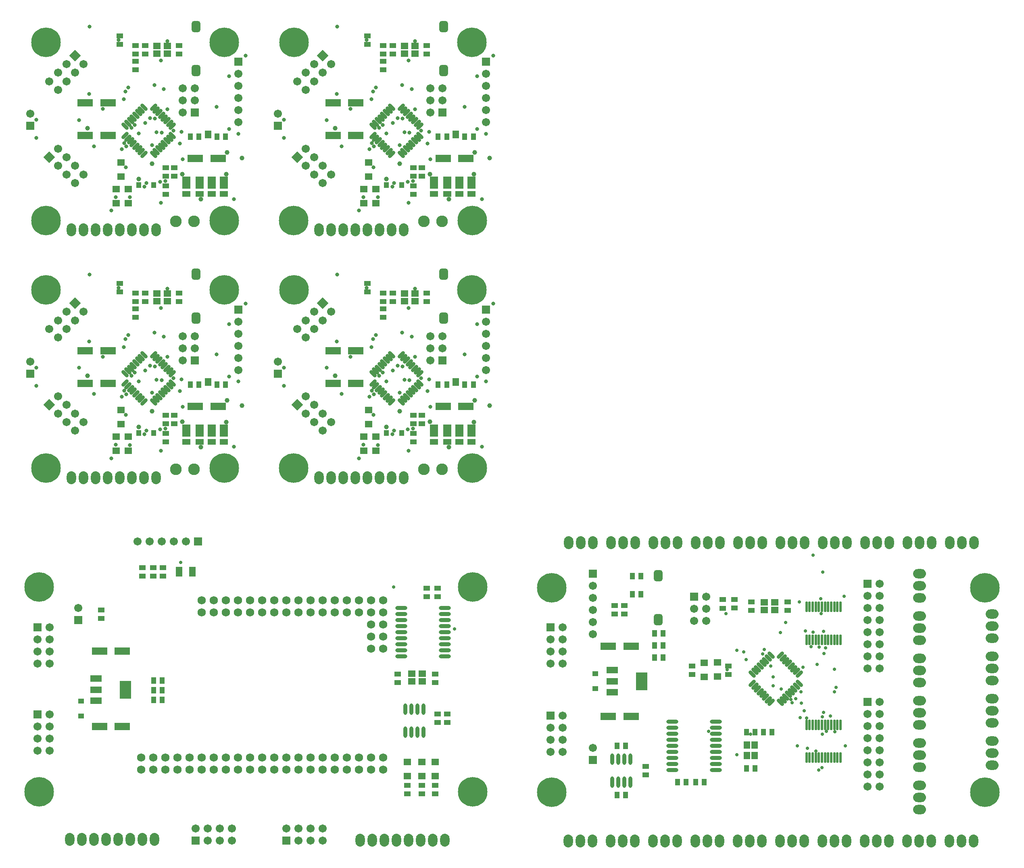
<source format=gts>
G04 Layer_Color=8388736*
%FSLAX25Y25*%
%MOIN*%
G70*
G01*
G75*
%ADD66R,0.03950X0.05524*%
%ADD67R,0.05524X0.03950*%
%ADD68R,0.04540X0.04343*%
%ADD69R,0.12611X0.06312*%
%ADD70R,0.09461X0.14973*%
%ADD71R,0.09600X0.05600*%
%ADD72O,0.09855X0.03162*%
%ADD73R,0.06312X0.05524*%
G04:AMPARAMS|DCode=74|XSize=70.99mil|YSize=94.22mil|CornerRadius=19.75mil|HoleSize=0mil|Usage=FLASHONLY|Rotation=360.000|XOffset=0mil|YOffset=0mil|HoleType=Round|Shape=RoundedRectangle|*
%AMROUNDEDRECTD74*
21,1,0.07099,0.05472,0,0,360.0*
21,1,0.03150,0.09422,0,0,360.0*
1,1,0.03950,0.01575,-0.02736*
1,1,0.03950,-0.01575,-0.02736*
1,1,0.03950,-0.01575,0.02736*
1,1,0.03950,0.01575,0.02736*
%
%ADD74ROUNDEDRECTD74*%
%ADD75O,0.03162X0.09461*%
G04:AMPARAMS|DCode=76|XSize=29.65mil|YSize=72.96mil|CornerRadius=0mil|HoleSize=0mil|Usage=FLASHONLY|Rotation=135.000|XOffset=0mil|YOffset=0mil|HoleType=Round|Shape=Round|*
%AMOVALD76*
21,1,0.04331,0.02965,0.00000,0.00000,225.0*
1,1,0.02965,0.01531,0.01531*
1,1,0.02965,-0.01531,-0.01531*
%
%ADD76OVALD76*%

G04:AMPARAMS|DCode=77|XSize=29.65mil|YSize=72.96mil|CornerRadius=0mil|HoleSize=0mil|Usage=FLASHONLY|Rotation=45.000|XOffset=0mil|YOffset=0mil|HoleType=Round|Shape=Round|*
%AMOVALD77*
21,1,0.04331,0.02965,0.00000,0.00000,135.0*
1,1,0.02965,0.01531,-0.01531*
1,1,0.02965,-0.01531,0.01531*
%
%ADD77OVALD77*%

%ADD78O,0.02178X0.09068*%
%ADD79R,0.06312X0.05524*%
%ADD80R,0.05524X0.06312*%
%ADD81R,0.05209X0.01863*%
%ADD82R,0.12611X0.06312*%
%ADD83R,0.05800X0.03300*%
%ADD84R,0.03950X0.05524*%
%ADD85R,0.06706X0.10249*%
%ADD86R,0.06706X0.04934*%
%ADD87R,0.04343X0.04540*%
%ADD88O,0.07690X0.10642*%
%ADD89C,0.06706*%
%ADD90R,0.06706X0.06706*%
%ADD91O,0.10642X0.07690*%
%ADD92C,0.24422*%
%ADD93C,0.02768*%
%ADD94R,0.06706X0.06706*%
%ADD95C,0.06800*%
%ADD96P,0.09483X4X270.0*%
%ADD97C,0.09658*%
%ADD98P,0.09483X4X360.0*%
%ADD99C,0.03162*%
%ADD100C,0.03950*%
D66*
X638020Y282398D02*
D03*
X645106D02*
D03*
X638020Y272398D02*
D03*
X645106D02*
D03*
X638020Y262398D02*
D03*
X645106D02*
D03*
X679106Y159398D02*
D03*
X672020D02*
D03*
X614106Y148898D02*
D03*
X607020D02*
D03*
X619520Y314898D02*
D03*
X626606D02*
D03*
X664106Y159398D02*
D03*
X657020D02*
D03*
X607020Y189398D02*
D03*
X614106D02*
D03*
X714020Y200898D02*
D03*
X721106D02*
D03*
Y170898D02*
D03*
X714020D02*
D03*
X735106Y200898D02*
D03*
X728020D02*
D03*
X619520Y329898D02*
D03*
X626606D02*
D03*
X231106Y243398D02*
D03*
X224020D02*
D03*
X231106Y235398D02*
D03*
X224020D02*
D03*
X231106Y227398D02*
D03*
X224020D02*
D03*
X283434Y488301D02*
D03*
X276348D02*
D03*
X488158D02*
D03*
X481072D02*
D03*
X283434Y693025D02*
D03*
X276348D02*
D03*
X488158D02*
D03*
X481072D02*
D03*
D67*
X699063Y248355D02*
D03*
Y255441D02*
D03*
X669063Y248355D02*
D03*
Y255441D02*
D03*
X630563Y172441D02*
D03*
Y165355D02*
D03*
X694263Y303255D02*
D03*
Y310341D02*
D03*
X704063Y303355D02*
D03*
Y310441D02*
D03*
X613063Y298355D02*
D03*
Y305441D02*
D03*
X748063Y308441D02*
D03*
Y301355D02*
D03*
X718063D02*
D03*
Y308441D02*
D03*
X605063Y305441D02*
D03*
Y298355D02*
D03*
X458563Y312855D02*
D03*
Y319941D02*
D03*
X449563D02*
D03*
Y312855D02*
D03*
X456563Y248941D02*
D03*
Y241855D02*
D03*
X425563D02*
D03*
Y248941D02*
D03*
X180563Y294855D02*
D03*
Y301941D02*
D03*
X466563Y215941D02*
D03*
Y208855D02*
D03*
X458563D02*
D03*
Y215941D02*
D03*
X456563Y156941D02*
D03*
Y149855D02*
D03*
X445563Y156941D02*
D03*
Y149855D02*
D03*
X433563Y156941D02*
D03*
Y149855D02*
D03*
X231563Y329855D02*
D03*
Y336941D02*
D03*
X223563Y329855D02*
D03*
Y336941D02*
D03*
X214563D02*
D03*
Y329855D02*
D03*
X233891Y440758D02*
D03*
Y447844D02*
D03*
X240891Y455758D02*
D03*
Y462844D02*
D03*
X233891D02*
D03*
Y455758D02*
D03*
X208891Y543758D02*
D03*
Y550844D02*
D03*
X195891Y564758D02*
D03*
Y571844D02*
D03*
X208891Y556758D02*
D03*
Y563844D02*
D03*
X216891Y556758D02*
D03*
Y563844D02*
D03*
X244890Y556758D02*
D03*
Y563844D02*
D03*
X438615Y440758D02*
D03*
Y447844D02*
D03*
X445615Y455758D02*
D03*
Y462844D02*
D03*
X438615D02*
D03*
Y455758D02*
D03*
X413615Y543758D02*
D03*
Y550844D02*
D03*
X400615Y564758D02*
D03*
Y571844D02*
D03*
X413615Y556758D02*
D03*
Y563844D02*
D03*
X421615Y556758D02*
D03*
Y563844D02*
D03*
X449615Y556758D02*
D03*
Y563844D02*
D03*
X233891Y645482D02*
D03*
Y652568D02*
D03*
X240891Y660482D02*
D03*
Y667568D02*
D03*
X233891D02*
D03*
Y660482D02*
D03*
X208891Y748482D02*
D03*
Y755568D02*
D03*
X195891Y769482D02*
D03*
Y776568D02*
D03*
X208891Y761482D02*
D03*
Y768568D02*
D03*
X216891Y761482D02*
D03*
Y768568D02*
D03*
X244890Y761482D02*
D03*
Y768568D02*
D03*
X438615Y645482D02*
D03*
Y652568D02*
D03*
X445615Y660482D02*
D03*
Y667568D02*
D03*
X438615D02*
D03*
Y660482D02*
D03*
X413615Y748482D02*
D03*
Y755568D02*
D03*
X400615Y769482D02*
D03*
Y776568D02*
D03*
X413615Y761482D02*
D03*
Y768568D02*
D03*
X421615Y761482D02*
D03*
Y768568D02*
D03*
X449615Y761482D02*
D03*
Y768568D02*
D03*
D68*
X589063Y249099D02*
D03*
Y236697D02*
D03*
X164063Y226599D02*
D03*
Y214197D02*
D03*
D69*
X599614Y213898D02*
D03*
X618512D02*
D03*
Y271898D02*
D03*
X599614D02*
D03*
X186340Y489301D02*
D03*
X167442D02*
D03*
X186340Y516301D02*
D03*
X167442D02*
D03*
X391064Y489301D02*
D03*
X372166D02*
D03*
X391064Y516301D02*
D03*
X372166D02*
D03*
X186340Y694025D02*
D03*
X167442D02*
D03*
X186340Y721025D02*
D03*
X167442D02*
D03*
X391064Y694025D02*
D03*
X372166D02*
D03*
X391064Y721025D02*
D03*
X372166D02*
D03*
D70*
X627264Y242898D02*
D03*
X200764Y235898D02*
D03*
D71*
X602863Y233798D02*
D03*
Y242898D02*
D03*
Y251998D02*
D03*
X176363Y244998D02*
D03*
Y235898D02*
D03*
Y226798D02*
D03*
D72*
X688476Y169398D02*
D03*
Y174398D02*
D03*
Y179398D02*
D03*
Y184398D02*
D03*
Y189398D02*
D03*
Y194398D02*
D03*
Y199398D02*
D03*
Y204398D02*
D03*
Y209398D02*
D03*
X652650Y169398D02*
D03*
Y174398D02*
D03*
Y179398D02*
D03*
Y184398D02*
D03*
Y189398D02*
D03*
Y194398D02*
D03*
Y199398D02*
D03*
Y204398D02*
D03*
Y209398D02*
D03*
X428650Y303398D02*
D03*
Y298398D02*
D03*
Y293398D02*
D03*
Y288398D02*
D03*
Y283398D02*
D03*
Y278398D02*
D03*
Y273398D02*
D03*
Y268398D02*
D03*
Y263398D02*
D03*
X464476Y303398D02*
D03*
Y298398D02*
D03*
Y293398D02*
D03*
Y288398D02*
D03*
Y283398D02*
D03*
Y278398D02*
D03*
Y273398D02*
D03*
Y268398D02*
D03*
Y263398D02*
D03*
D73*
X690063Y246692D02*
D03*
Y258504D02*
D03*
X679063Y246492D02*
D03*
Y258304D02*
D03*
X456563Y164492D02*
D03*
Y176304D02*
D03*
X445563Y164492D02*
D03*
Y176304D02*
D03*
X433563Y164492D02*
D03*
Y176304D02*
D03*
X202891Y445207D02*
D03*
Y433395D02*
D03*
X192891Y445207D02*
D03*
Y433395D02*
D03*
X196891Y467207D02*
D03*
Y455395D02*
D03*
X407615Y445207D02*
D03*
Y433395D02*
D03*
X397615Y445207D02*
D03*
Y433395D02*
D03*
X401615Y467207D02*
D03*
Y455395D02*
D03*
X202891Y649931D02*
D03*
Y638119D02*
D03*
X192891Y649931D02*
D03*
Y638119D02*
D03*
X196891Y671931D02*
D03*
Y660119D02*
D03*
X407615Y649931D02*
D03*
Y638119D02*
D03*
X397615Y649931D02*
D03*
Y638119D02*
D03*
X401615Y671931D02*
D03*
Y660119D02*
D03*
D74*
X641063Y329988D02*
D03*
Y293807D02*
D03*
X258891Y579391D02*
D03*
Y543210D02*
D03*
X463615Y579391D02*
D03*
Y543210D02*
D03*
X258891Y784116D02*
D03*
Y747935D02*
D03*
X463615Y784116D02*
D03*
Y747935D02*
D03*
D75*
X603063Y159449D02*
D03*
X608063D02*
D03*
X613063D02*
D03*
X618063D02*
D03*
X603063Y178347D02*
D03*
X608063D02*
D03*
X613063D02*
D03*
X618063D02*
D03*
X432063Y200949D02*
D03*
X437063D02*
D03*
X442063D02*
D03*
X447063D02*
D03*
X432063Y219846D02*
D03*
X437063D02*
D03*
X442063D02*
D03*
X447063D02*
D03*
D76*
X718576Y241000D02*
D03*
X720803Y238773D02*
D03*
X723030Y236546D02*
D03*
X725257Y234319D02*
D03*
X727484Y232092D02*
D03*
X729711Y229865D02*
D03*
X731939Y227638D02*
D03*
X734166Y225410D02*
D03*
X757550Y248795D02*
D03*
X755323Y251022D02*
D03*
X753096Y253249D02*
D03*
X750869Y255476D02*
D03*
X748642Y257703D02*
D03*
X746415Y259931D02*
D03*
X744188Y262158D02*
D03*
X741960Y264385D02*
D03*
X215993Y473814D02*
D03*
X213766Y476041D02*
D03*
X211539Y478268D02*
D03*
X209312Y480495D02*
D03*
X207085Y482722D02*
D03*
X204857Y484949D02*
D03*
X202630Y487176D02*
D03*
X200403Y489403D02*
D03*
X223788Y512788D02*
D03*
X226015Y510561D02*
D03*
X228242Y508334D02*
D03*
X230469Y506107D02*
D03*
X232696Y503880D02*
D03*
X234924Y501652D02*
D03*
X237151Y499425D02*
D03*
X239378Y497198D02*
D03*
X420718Y473814D02*
D03*
X418490Y476041D02*
D03*
X416263Y478268D02*
D03*
X414036Y480495D02*
D03*
X411809Y482722D02*
D03*
X409582Y484949D02*
D03*
X407355Y487176D02*
D03*
X405128Y489403D02*
D03*
X428512Y512788D02*
D03*
X430740Y510561D02*
D03*
X432967Y508334D02*
D03*
X435194Y506107D02*
D03*
X437421Y503880D02*
D03*
X439648Y501652D02*
D03*
X441875Y499425D02*
D03*
X444102Y497198D02*
D03*
X215993Y678538D02*
D03*
X213766Y680765D02*
D03*
X211539Y682992D02*
D03*
X209312Y685219D02*
D03*
X207085Y687446D02*
D03*
X204857Y689674D02*
D03*
X202630Y691901D02*
D03*
X200403Y694128D02*
D03*
X223788Y717512D02*
D03*
X226015Y715285D02*
D03*
X228242Y713058D02*
D03*
X230469Y710831D02*
D03*
X232696Y708604D02*
D03*
X234924Y706377D02*
D03*
X237151Y704150D02*
D03*
X239378Y701923D02*
D03*
X420718Y678538D02*
D03*
X418490Y680765D02*
D03*
X416263Y682992D02*
D03*
X414036Y685219D02*
D03*
X411809Y687446D02*
D03*
X409582Y689674D02*
D03*
X407355Y691901D02*
D03*
X405128Y694128D02*
D03*
X428512Y717512D02*
D03*
X430740Y715285D02*
D03*
X432967Y713058D02*
D03*
X435194Y710831D02*
D03*
X437421Y708604D02*
D03*
X439648Y706377D02*
D03*
X441875Y704150D02*
D03*
X444102Y701923D02*
D03*
D77*
X741960Y225410D02*
D03*
X744188Y227638D02*
D03*
X746415Y229865D02*
D03*
X748642Y232092D02*
D03*
X750869Y234319D02*
D03*
X753096Y236546D02*
D03*
X755323Y238773D02*
D03*
X757550Y241000D02*
D03*
X734166Y264385D02*
D03*
X731939Y262158D02*
D03*
X729711Y259931D02*
D03*
X727484Y257703D02*
D03*
X725257Y255476D02*
D03*
X723030Y253249D02*
D03*
X720803Y251022D02*
D03*
X718576Y248795D02*
D03*
X200403Y497198D02*
D03*
X202630Y499425D02*
D03*
X204857Y501652D02*
D03*
X207085Y503880D02*
D03*
X209312Y506107D02*
D03*
X211539Y508334D02*
D03*
X213766Y510561D02*
D03*
X215993Y512788D02*
D03*
X239378Y489403D02*
D03*
X237151Y487176D02*
D03*
X234924Y484949D02*
D03*
X232696Y482722D02*
D03*
X230469Y480495D02*
D03*
X228242Y478268D02*
D03*
X226015Y476041D02*
D03*
X223788Y473814D02*
D03*
X405128Y497198D02*
D03*
X407355Y499425D02*
D03*
X409582Y501652D02*
D03*
X411809Y503880D02*
D03*
X414036Y506107D02*
D03*
X416263Y508334D02*
D03*
X418490Y510561D02*
D03*
X420718Y512788D02*
D03*
X444102Y489403D02*
D03*
X441875Y487176D02*
D03*
X439648Y484949D02*
D03*
X437421Y482722D02*
D03*
X435194Y480495D02*
D03*
X432967Y478268D02*
D03*
X430740Y476041D02*
D03*
X428512Y473814D02*
D03*
X200403Y701923D02*
D03*
X202630Y704150D02*
D03*
X204857Y706377D02*
D03*
X207085Y708604D02*
D03*
X209312Y710831D02*
D03*
X211539Y713058D02*
D03*
X213766Y715285D02*
D03*
X215993Y717512D02*
D03*
X239378Y694128D02*
D03*
X237151Y691901D02*
D03*
X234924Y689674D02*
D03*
X232696Y687446D02*
D03*
X230469Y685219D02*
D03*
X228242Y682992D02*
D03*
X226015Y680765D02*
D03*
X223788Y678538D02*
D03*
X405128Y701923D02*
D03*
X407355Y704150D02*
D03*
X409582Y706377D02*
D03*
X411809Y708604D02*
D03*
X414036Y710831D02*
D03*
X416263Y713058D02*
D03*
X418490Y715285D02*
D03*
X420718Y717512D02*
D03*
X444102Y694128D02*
D03*
X441875Y691901D02*
D03*
X439648Y689674D02*
D03*
X437421Y687446D02*
D03*
X435194Y685219D02*
D03*
X432967Y682992D02*
D03*
X430740Y680765D02*
D03*
X428512Y678538D02*
D03*
D78*
X763488Y277315D02*
D03*
X766047D02*
D03*
X768606D02*
D03*
X771165D02*
D03*
X773724D02*
D03*
X776284D02*
D03*
X778843D02*
D03*
X781402D02*
D03*
X783961D02*
D03*
X786520D02*
D03*
X789079D02*
D03*
X791638D02*
D03*
X763488Y304480D02*
D03*
X766047D02*
D03*
X768606D02*
D03*
X771165D02*
D03*
X773724D02*
D03*
X776284D02*
D03*
X778843D02*
D03*
X781402D02*
D03*
X783961D02*
D03*
X786520D02*
D03*
X789079D02*
D03*
X791638D02*
D03*
X763488Y179815D02*
D03*
X766047D02*
D03*
X768606D02*
D03*
X771165D02*
D03*
X773724D02*
D03*
X776284D02*
D03*
X778843D02*
D03*
X781402D02*
D03*
X783961D02*
D03*
X786520D02*
D03*
X789079D02*
D03*
X791638D02*
D03*
X763488Y206980D02*
D03*
X766047D02*
D03*
X768606D02*
D03*
X771165D02*
D03*
X773724D02*
D03*
X776284D02*
D03*
X778843D02*
D03*
X781402D02*
D03*
X783961D02*
D03*
X786520D02*
D03*
X789079D02*
D03*
X791638D02*
D03*
D79*
X728732Y301748D02*
D03*
Y308047D02*
D03*
X737394Y301748D02*
D03*
Y308047D02*
D03*
X445894Y249047D02*
D03*
Y242748D02*
D03*
X437232Y249047D02*
D03*
Y242748D02*
D03*
X226560Y557151D02*
D03*
Y563450D02*
D03*
X235221Y557151D02*
D03*
Y563450D02*
D03*
X431284Y557151D02*
D03*
Y563450D02*
D03*
X439946Y557151D02*
D03*
Y563450D02*
D03*
X226560Y761876D02*
D03*
Y768175D02*
D03*
X235221Y761876D02*
D03*
Y768175D02*
D03*
X431284Y761876D02*
D03*
Y768175D02*
D03*
X439946Y761876D02*
D03*
Y768175D02*
D03*
D80*
X720713Y181567D02*
D03*
X714413D02*
D03*
X720713Y190228D02*
D03*
X714413D02*
D03*
D81*
X245032Y334382D02*
D03*
X256095D02*
D03*
X245032Y336350D02*
D03*
Y332413D02*
D03*
Y330445D02*
D03*
X256095Y336350D02*
D03*
Y332413D02*
D03*
Y330445D02*
D03*
D82*
X198012Y205398D02*
D03*
X179114D02*
D03*
X198012Y267898D02*
D03*
X179114D02*
D03*
X258442Y470301D02*
D03*
X277340D02*
D03*
X463166D02*
D03*
X482064D02*
D03*
X258442Y675025D02*
D03*
X277340D02*
D03*
X463166D02*
D03*
X482064D02*
D03*
D83*
X268891Y491926D02*
D03*
Y488723D02*
D03*
X473615Y491926D02*
D03*
Y488723D02*
D03*
X268891Y696650D02*
D03*
Y693447D02*
D03*
X473615Y696650D02*
D03*
Y693447D02*
D03*
D84*
X254348Y488301D02*
D03*
X261434D02*
D03*
X459072D02*
D03*
X466158D02*
D03*
X254348Y693025D02*
D03*
X261434D02*
D03*
X459072D02*
D03*
X466158D02*
D03*
D85*
X271890Y450305D02*
D03*
X261891D02*
D03*
X281891D02*
D03*
X250890D02*
D03*
X476615D02*
D03*
X466615D02*
D03*
X486615D02*
D03*
X455615D02*
D03*
X271890Y655029D02*
D03*
X261891D02*
D03*
X281891D02*
D03*
X250890D02*
D03*
X476615D02*
D03*
X466615D02*
D03*
X486615D02*
D03*
X455615D02*
D03*
D86*
X271890Y440955D02*
D03*
X261891D02*
D03*
X281891D02*
D03*
X250890D02*
D03*
X476615D02*
D03*
X466615D02*
D03*
X486615D02*
D03*
X455615D02*
D03*
X271890Y645679D02*
D03*
X261891D02*
D03*
X281891D02*
D03*
X250890D02*
D03*
X476615D02*
D03*
X466615D02*
D03*
X486615D02*
D03*
X455615D02*
D03*
D87*
X211690Y448301D02*
D03*
X224092D02*
D03*
X416414D02*
D03*
X428816D02*
D03*
X211690Y653025D02*
D03*
X224092D02*
D03*
X416414D02*
D03*
X428816D02*
D03*
D88*
X587063Y357398D02*
D03*
X577063D02*
D03*
X567063D02*
D03*
X622063D02*
D03*
X612063D02*
D03*
X602063D02*
D03*
X657063D02*
D03*
X647063D02*
D03*
X637063D02*
D03*
X692063D02*
D03*
X682063D02*
D03*
X672063D02*
D03*
X867063D02*
D03*
X857063D02*
D03*
X847063D02*
D03*
X727063D02*
D03*
X717063D02*
D03*
X707063D02*
D03*
X762063D02*
D03*
X752063D02*
D03*
X742063D02*
D03*
X797063D02*
D03*
X787063D02*
D03*
X777063D02*
D03*
X832063D02*
D03*
X822063D02*
D03*
X812063D02*
D03*
X902063D02*
D03*
X892063D02*
D03*
X882063D02*
D03*
X566563Y110898D02*
D03*
X576563D02*
D03*
X586563D02*
D03*
X601563D02*
D03*
X611563D02*
D03*
X621563D02*
D03*
X636563D02*
D03*
X646563D02*
D03*
X656563D02*
D03*
X671563D02*
D03*
X681563D02*
D03*
X691563D02*
D03*
X706563D02*
D03*
X716563D02*
D03*
X726563D02*
D03*
X741563D02*
D03*
X751563D02*
D03*
X761563D02*
D03*
X776563D02*
D03*
X786563D02*
D03*
X796563D02*
D03*
X811563D02*
D03*
X821563D02*
D03*
X831563D02*
D03*
X846563D02*
D03*
X856563D02*
D03*
X866563D02*
D03*
X881563D02*
D03*
X891563D02*
D03*
X901563D02*
D03*
X164563Y112146D02*
D03*
X184563D02*
D03*
X194563D02*
D03*
X224563D02*
D03*
X214563D02*
D03*
X204563D02*
D03*
X174563D02*
D03*
X154563D02*
D03*
X404563Y111398D02*
D03*
X424563D02*
D03*
X434563D02*
D03*
X464563D02*
D03*
X454563D02*
D03*
X444563D02*
D03*
X414563D02*
D03*
X394563D02*
D03*
X165891Y411301D02*
D03*
X185891D02*
D03*
X195891D02*
D03*
X225890D02*
D03*
X215891D02*
D03*
X205890D02*
D03*
X175891D02*
D03*
X155891D02*
D03*
X370615D02*
D03*
X390615D02*
D03*
X400615D02*
D03*
X430615D02*
D03*
X420615D02*
D03*
X410615D02*
D03*
X380615D02*
D03*
X360615D02*
D03*
X165891Y616025D02*
D03*
X185891D02*
D03*
X195891D02*
D03*
X225890D02*
D03*
X215891D02*
D03*
X205890D02*
D03*
X175891D02*
D03*
X155891D02*
D03*
X370615D02*
D03*
X390615D02*
D03*
X400615D02*
D03*
X430615D02*
D03*
X420615D02*
D03*
X410615D02*
D03*
X380615D02*
D03*
X360615D02*
D03*
D89*
X587063Y281898D02*
D03*
Y291898D02*
D03*
Y301898D02*
D03*
Y311898D02*
D03*
Y321898D02*
D03*
X824063Y155865D02*
D03*
Y165865D02*
D03*
Y175865D02*
D03*
Y185865D02*
D03*
Y195865D02*
D03*
Y205865D02*
D03*
Y215865D02*
D03*
Y225865D02*
D03*
X814063Y155865D02*
D03*
Y165865D02*
D03*
Y175865D02*
D03*
Y185865D02*
D03*
Y195865D02*
D03*
Y205865D02*
D03*
Y215865D02*
D03*
X824063Y253365D02*
D03*
Y263365D02*
D03*
Y273365D02*
D03*
Y283365D02*
D03*
Y293365D02*
D03*
Y303365D02*
D03*
Y313365D02*
D03*
Y323365D02*
D03*
X814063Y253365D02*
D03*
Y263365D02*
D03*
Y273365D02*
D03*
Y283365D02*
D03*
Y293365D02*
D03*
Y303365D02*
D03*
Y313365D02*
D03*
X680563Y312898D02*
D03*
X670563Y302898D02*
D03*
X680563D02*
D03*
X670563Y292898D02*
D03*
X680563D02*
D03*
X587063Y187898D02*
D03*
X562063Y287398D02*
D03*
X552063Y277398D02*
D03*
X562063D02*
D03*
X552063Y267398D02*
D03*
X562063D02*
D03*
X552063Y257398D02*
D03*
X562063D02*
D03*
Y214398D02*
D03*
X552063Y204398D02*
D03*
X562063D02*
D03*
X552063Y194398D02*
D03*
X562063D02*
D03*
X552063Y184398D02*
D03*
X562063D02*
D03*
X250563Y358398D02*
D03*
X240563D02*
D03*
X230563D02*
D03*
X220563D02*
D03*
X210563D02*
D03*
X161563Y303398D02*
D03*
X288563Y121083D02*
D03*
Y111083D02*
D03*
X278563Y121083D02*
D03*
Y111083D02*
D03*
X268563Y121083D02*
D03*
Y111083D02*
D03*
X258563Y121083D02*
D03*
X138063Y257398D02*
D03*
X128063D02*
D03*
X138063Y267398D02*
D03*
X128063D02*
D03*
X138063Y277398D02*
D03*
X128063D02*
D03*
X138063Y287398D02*
D03*
Y185398D02*
D03*
X128063D02*
D03*
X138063Y195398D02*
D03*
X128063D02*
D03*
X138063Y205398D02*
D03*
X128063D02*
D03*
X138063Y215398D02*
D03*
X363563Y121083D02*
D03*
Y111083D02*
D03*
X353563Y121083D02*
D03*
Y111083D02*
D03*
X343563Y121083D02*
D03*
Y111083D02*
D03*
X333563Y121083D02*
D03*
X144820Y527159D02*
D03*
X137748Y534230D02*
D03*
X151891D02*
D03*
X144820Y541301D02*
D03*
X158962D02*
D03*
X151891Y548372D02*
D03*
X166033D02*
D03*
X247890Y508301D02*
D03*
X257891Y518301D02*
D03*
X247890D02*
D03*
X257891Y528301D02*
D03*
X247890D02*
D03*
X121891Y507301D02*
D03*
X293891Y500301D02*
D03*
Y510301D02*
D03*
Y520301D02*
D03*
Y530301D02*
D03*
Y540301D02*
D03*
X144820Y478443D02*
D03*
Y464301D02*
D03*
X151891Y471372D02*
D03*
Y457230D02*
D03*
X158962Y464301D02*
D03*
Y450159D02*
D03*
X166033Y457230D02*
D03*
X349544Y527159D02*
D03*
X342473Y534230D02*
D03*
X356615D02*
D03*
X349544Y541301D02*
D03*
X363686D02*
D03*
X356615Y548372D02*
D03*
X370757D02*
D03*
X452615Y508301D02*
D03*
X462615Y518301D02*
D03*
X452615D02*
D03*
X462615Y528301D02*
D03*
X452615D02*
D03*
X326615Y507301D02*
D03*
X498615Y500301D02*
D03*
Y510301D02*
D03*
Y520301D02*
D03*
Y530301D02*
D03*
Y540301D02*
D03*
X349544Y478443D02*
D03*
Y464301D02*
D03*
X356615Y471372D02*
D03*
Y457230D02*
D03*
X363686Y464301D02*
D03*
Y450159D02*
D03*
X370757Y457230D02*
D03*
X144820Y731883D02*
D03*
X137748Y738954D02*
D03*
X151891D02*
D03*
X144820Y746025D02*
D03*
X158962D02*
D03*
X151891Y753096D02*
D03*
X166033D02*
D03*
X247890Y713025D02*
D03*
X257891Y723025D02*
D03*
X247890D02*
D03*
X257891Y733025D02*
D03*
X247890D02*
D03*
X121891Y712025D02*
D03*
X293891Y705025D02*
D03*
Y715025D02*
D03*
Y725025D02*
D03*
Y735025D02*
D03*
Y745025D02*
D03*
X144820Y683167D02*
D03*
Y669025D02*
D03*
X151891Y676096D02*
D03*
Y661954D02*
D03*
X158962Y669025D02*
D03*
Y654883D02*
D03*
X166033Y661954D02*
D03*
X349544Y731883D02*
D03*
X342473Y738954D02*
D03*
X356615D02*
D03*
X349544Y746025D02*
D03*
X363686D02*
D03*
X356615Y753096D02*
D03*
X370757D02*
D03*
X452615Y713025D02*
D03*
X462615Y723025D02*
D03*
X452615D02*
D03*
X462615Y733025D02*
D03*
X452615D02*
D03*
X326615Y712025D02*
D03*
X498615Y705025D02*
D03*
Y715025D02*
D03*
Y725025D02*
D03*
Y735025D02*
D03*
Y745025D02*
D03*
X349544Y683167D02*
D03*
Y669025D02*
D03*
X356615Y676096D02*
D03*
Y661954D02*
D03*
X363686Y669025D02*
D03*
Y654883D02*
D03*
X370757Y661954D02*
D03*
D90*
X587063Y331898D02*
D03*
X814063Y225865D02*
D03*
Y323365D02*
D03*
X670563Y312898D02*
D03*
X587063Y177898D02*
D03*
X552063Y287398D02*
D03*
Y214398D02*
D03*
X161563Y293398D02*
D03*
X128063Y287398D02*
D03*
Y215398D02*
D03*
X257891Y508301D02*
D03*
X121891Y497301D02*
D03*
X293891Y550301D02*
D03*
X462615Y508301D02*
D03*
X326615Y497301D02*
D03*
X498615Y550301D02*
D03*
X257891Y713025D02*
D03*
X121891Y702025D02*
D03*
X293891Y755025D02*
D03*
X462615Y713025D02*
D03*
X326615Y702025D02*
D03*
X498615Y755025D02*
D03*
D91*
X857063Y136980D02*
D03*
Y146980D02*
D03*
Y156980D02*
D03*
Y171980D02*
D03*
Y181980D02*
D03*
Y191980D02*
D03*
Y206980D02*
D03*
Y216980D02*
D03*
Y226980D02*
D03*
Y241980D02*
D03*
Y251980D02*
D03*
Y261980D02*
D03*
Y311980D02*
D03*
Y321980D02*
D03*
Y331980D02*
D03*
Y276980D02*
D03*
Y286980D02*
D03*
Y296980D02*
D03*
X917063Y173398D02*
D03*
Y183398D02*
D03*
Y193398D02*
D03*
Y208398D02*
D03*
Y218398D02*
D03*
Y228398D02*
D03*
Y243398D02*
D03*
Y253398D02*
D03*
Y263398D02*
D03*
Y278398D02*
D03*
Y288398D02*
D03*
Y298398D02*
D03*
D92*
X552811Y151016D02*
D03*
X911079D02*
D03*
X552811Y320307D02*
D03*
X911079D02*
D03*
X129311Y151516D02*
D03*
X487579D02*
D03*
X129311Y320807D02*
D03*
X487579D02*
D03*
X135091Y566501D02*
D03*
X282190D02*
D03*
X282390Y419201D02*
D03*
X134991D02*
D03*
X339815Y566501D02*
D03*
X486915D02*
D03*
X487115Y419201D02*
D03*
X339715D02*
D03*
X135091Y771225D02*
D03*
X282190D02*
D03*
X282390Y623925D02*
D03*
X134991D02*
D03*
X339815Y771225D02*
D03*
X486915D02*
D03*
X487115Y623925D02*
D03*
X339715D02*
D03*
D93*
X761663Y218398D02*
D03*
X787890Y237898D02*
D03*
X786763Y233998D02*
D03*
X717263Y199198D02*
D03*
X705863Y181998D02*
D03*
X795463Y189598D02*
D03*
X763488Y212423D02*
D03*
X759163Y224898D02*
D03*
X758163Y212898D02*
D03*
X696863Y298798D02*
D03*
X711563Y267298D02*
D03*
X727363Y265498D02*
D03*
X742463Y236398D02*
D03*
X698063Y252498D02*
D03*
X750663Y227898D02*
D03*
X746263Y291498D02*
D03*
X777883Y265720D02*
D03*
X757463Y308598D02*
D03*
X777063Y333198D02*
D03*
X768817Y283398D02*
D03*
X768963Y347098D02*
D03*
X773724Y169598D02*
D03*
X776416Y171351D02*
D03*
X771163Y185298D02*
D03*
X764163Y187598D02*
D03*
X786963Y201298D02*
D03*
X776763Y198998D02*
D03*
X783363Y214098D02*
D03*
X733863Y255598D02*
D03*
X786520Y252898D02*
D03*
X751463Y225298D02*
D03*
X713763Y260883D02*
D03*
X706063Y268498D02*
D03*
X773863Y270998D02*
D03*
X755963Y189398D02*
D03*
X735963Y246598D02*
D03*
X779363Y270336D02*
D03*
X767264Y271396D02*
D03*
X775124Y311198D02*
D03*
X794663Y313098D02*
D03*
X775512Y298698D02*
D03*
X777463Y217080D02*
D03*
X776663Y213398D02*
D03*
X779963Y201398D02*
D03*
X759040Y234198D02*
D03*
X728663Y269298D02*
D03*
X735863Y239198D02*
D03*
X762763Y284598D02*
D03*
X741960Y282998D02*
D03*
X682763Y201598D02*
D03*
X754663Y228598D02*
D03*
X777763Y284298D02*
D03*
X760547Y254398D02*
D03*
X772363Y256927D02*
D03*
X422163Y320898D02*
D03*
X472663Y286198D02*
D03*
X246363Y341298D02*
D03*
D94*
X260563Y358398D02*
D03*
X258563Y111083D02*
D03*
X333563D02*
D03*
D95*
X263563Y169898D02*
D03*
Y179898D02*
D03*
X253563Y169898D02*
D03*
Y179898D02*
D03*
X243563Y169898D02*
D03*
Y179898D02*
D03*
X233563Y169898D02*
D03*
Y179898D02*
D03*
X223563Y169898D02*
D03*
Y179898D02*
D03*
X333563Y299898D02*
D03*
Y309898D02*
D03*
X323563Y299898D02*
D03*
Y309898D02*
D03*
X313563Y299898D02*
D03*
Y309898D02*
D03*
X303563Y299898D02*
D03*
Y309898D02*
D03*
X293563Y299898D02*
D03*
Y309898D02*
D03*
X283563Y299898D02*
D03*
Y309898D02*
D03*
X273563Y299898D02*
D03*
Y309898D02*
D03*
X263563Y299898D02*
D03*
Y309898D02*
D03*
X343563D02*
D03*
X403563Y269898D02*
D03*
X413563D02*
D03*
X403563Y279898D02*
D03*
X413563D02*
D03*
X403563Y289898D02*
D03*
X413563D02*
D03*
Y299898D02*
D03*
Y309898D02*
D03*
X403563Y299898D02*
D03*
Y309898D02*
D03*
X393563Y299898D02*
D03*
Y309898D02*
D03*
X383563Y299898D02*
D03*
Y309898D02*
D03*
X373563Y299898D02*
D03*
Y309898D02*
D03*
X363563Y299898D02*
D03*
Y309898D02*
D03*
X353563Y299898D02*
D03*
Y309898D02*
D03*
X343563Y299898D02*
D03*
X273563Y169898D02*
D03*
X413563D02*
D03*
Y179898D02*
D03*
X403563Y169898D02*
D03*
Y179898D02*
D03*
X393563Y169898D02*
D03*
Y179898D02*
D03*
X383563Y169898D02*
D03*
Y179898D02*
D03*
X373563Y169898D02*
D03*
Y179898D02*
D03*
X363563Y169898D02*
D03*
Y179898D02*
D03*
X353563Y169898D02*
D03*
Y179898D02*
D03*
X343563Y169898D02*
D03*
Y179898D02*
D03*
X333563Y169898D02*
D03*
Y179898D02*
D03*
X323563Y169898D02*
D03*
Y179898D02*
D03*
X313563Y169898D02*
D03*
Y179898D02*
D03*
X303563Y169898D02*
D03*
Y179898D02*
D03*
X293563Y169898D02*
D03*
Y179898D02*
D03*
X283563Y169898D02*
D03*
Y179898D02*
D03*
X273563D02*
D03*
X213563Y169898D02*
D03*
Y179898D02*
D03*
D96*
X158962Y555443D02*
D03*
X363686D02*
D03*
X158962Y760167D02*
D03*
X363686D02*
D03*
D97*
X257390Y418301D02*
D03*
X242390D02*
D03*
X462115D02*
D03*
X447115D02*
D03*
X257390Y623025D02*
D03*
X242390D02*
D03*
X462115D02*
D03*
X447115D02*
D03*
D98*
X137748Y471372D02*
D03*
X342473D02*
D03*
X137748Y676096D02*
D03*
X342473D02*
D03*
D99*
X299890Y555301D02*
D03*
X204391Y438301D02*
D03*
X200691Y525901D02*
D03*
X162191Y502001D02*
D03*
X276091Y513101D02*
D03*
X200791Y463001D02*
D03*
X192691Y438501D02*
D03*
X245590Y482701D02*
D03*
X229190Y451001D02*
D03*
X195091Y568301D02*
D03*
X174591Y480401D02*
D03*
X205490Y495601D02*
D03*
X202791Y529101D02*
D03*
X217891Y450027D02*
D03*
X246990Y492501D02*
D03*
X233490Y451801D02*
D03*
X170591Y523721D02*
D03*
X235221Y567332D02*
D03*
X224590Y531101D02*
D03*
X208390Y498119D02*
D03*
X230490Y491701D02*
D03*
X240134Y493401D02*
D03*
X232390Y527701D02*
D03*
X235291Y511101D02*
D03*
X229890Y551401D02*
D03*
X211472Y490982D02*
D03*
X201291Y480301D02*
D03*
X197691Y478001D02*
D03*
X293791Y490901D02*
D03*
X199291Y519301D02*
D03*
X181991Y511301D02*
D03*
X229790Y433601D02*
D03*
X216390Y447001D02*
D03*
X247890Y469801D02*
D03*
X199591Y483201D02*
D03*
X126891Y487301D02*
D03*
Y502301D02*
D03*
X226391Y492101D02*
D03*
X216891Y499852D02*
D03*
X286390Y538301D02*
D03*
Y494801D02*
D03*
X222604Y481474D02*
D03*
X220890Y503801D02*
D03*
X224890Y503301D02*
D03*
X170891Y579301D02*
D03*
X188891Y427301D02*
D03*
X290390Y436801D02*
D03*
X504615Y555301D02*
D03*
X409115Y438301D02*
D03*
X405415Y525901D02*
D03*
X366915Y502001D02*
D03*
X480815Y513101D02*
D03*
X405515Y463001D02*
D03*
X397415Y438501D02*
D03*
X450315Y482701D02*
D03*
X433915Y451001D02*
D03*
X399815Y568301D02*
D03*
X379315Y480401D02*
D03*
X410215Y495601D02*
D03*
X407515Y529101D02*
D03*
X422615Y450027D02*
D03*
X451715Y492501D02*
D03*
X438215Y451801D02*
D03*
X375315Y523721D02*
D03*
X439946Y567332D02*
D03*
X429315Y531101D02*
D03*
X413115Y498119D02*
D03*
X435215Y491701D02*
D03*
X444859Y493401D02*
D03*
X437115Y527701D02*
D03*
X440015Y511101D02*
D03*
X434615Y551401D02*
D03*
X416196Y490982D02*
D03*
X406015Y480301D02*
D03*
X402415Y478001D02*
D03*
X498515Y490901D02*
D03*
X404015Y519301D02*
D03*
X386715Y511301D02*
D03*
X434515Y433601D02*
D03*
X421115Y447001D02*
D03*
X452615Y469801D02*
D03*
X404315Y483201D02*
D03*
X331615Y487301D02*
D03*
Y502301D02*
D03*
X431115Y492101D02*
D03*
X421615Y499852D02*
D03*
X491115Y538301D02*
D03*
Y494801D02*
D03*
X427328Y481474D02*
D03*
X425615Y503801D02*
D03*
X429615Y503301D02*
D03*
X375615Y579301D02*
D03*
X393615Y427301D02*
D03*
X495115Y436801D02*
D03*
X299890Y760025D02*
D03*
X204391Y643025D02*
D03*
X200691Y730625D02*
D03*
X162191Y706725D02*
D03*
X276091Y717825D02*
D03*
X200791Y667725D02*
D03*
X192691Y643225D02*
D03*
X245590Y687425D02*
D03*
X229190Y655725D02*
D03*
X195091Y773025D02*
D03*
X174591Y685125D02*
D03*
X205490Y700325D02*
D03*
X202791Y733825D02*
D03*
X217891Y654751D02*
D03*
X246990Y697225D02*
D03*
X233490Y656525D02*
D03*
X170591Y728445D02*
D03*
X235221Y772056D02*
D03*
X224590Y735825D02*
D03*
X208390Y702844D02*
D03*
X230490Y696425D02*
D03*
X240134Y698125D02*
D03*
X232390Y732425D02*
D03*
X235291Y715825D02*
D03*
X229890Y756125D02*
D03*
X211472Y695706D02*
D03*
X201291Y685025D02*
D03*
X197691Y682725D02*
D03*
X293791Y695625D02*
D03*
X199291Y724025D02*
D03*
X181991Y716025D02*
D03*
X229790Y638325D02*
D03*
X216390Y651725D02*
D03*
X247890Y674525D02*
D03*
X199591Y687925D02*
D03*
X126891Y692025D02*
D03*
Y707025D02*
D03*
X226391Y696825D02*
D03*
X216891Y704577D02*
D03*
X286390Y743025D02*
D03*
Y699525D02*
D03*
X222604Y686199D02*
D03*
X220890Y708525D02*
D03*
X224890Y708025D02*
D03*
X170891Y784025D02*
D03*
X188891Y632025D02*
D03*
X290390Y641525D02*
D03*
X504615Y760025D02*
D03*
X409115Y643025D02*
D03*
X405415Y730625D02*
D03*
X366915Y706725D02*
D03*
X480815Y717825D02*
D03*
X405515Y667725D02*
D03*
X397415Y643225D02*
D03*
X450315Y687425D02*
D03*
X433915Y655725D02*
D03*
X399815Y773025D02*
D03*
X379315Y685125D02*
D03*
X410215Y700325D02*
D03*
X407515Y733825D02*
D03*
X422615Y654751D02*
D03*
X451715Y697225D02*
D03*
X438215Y656525D02*
D03*
X375315Y728445D02*
D03*
X439946Y772056D02*
D03*
X429315Y735825D02*
D03*
X413115Y702844D02*
D03*
X435215Y696425D02*
D03*
X444859Y698125D02*
D03*
X437115Y732425D02*
D03*
X440015Y715825D02*
D03*
X434615Y756125D02*
D03*
X416196Y695706D02*
D03*
X406015Y685025D02*
D03*
X402415Y682725D02*
D03*
X498515Y695625D02*
D03*
X404015Y724025D02*
D03*
X386715Y716025D02*
D03*
X434515Y638325D02*
D03*
X421115Y651725D02*
D03*
X452615Y674525D02*
D03*
X404315Y687925D02*
D03*
X331615Y692025D02*
D03*
Y707025D02*
D03*
X431115Y696825D02*
D03*
X421615Y704577D02*
D03*
X491115Y743025D02*
D03*
Y699525D02*
D03*
X427328Y686199D02*
D03*
X425615Y708525D02*
D03*
X429615Y708025D02*
D03*
X375615Y784025D02*
D03*
X393615Y632025D02*
D03*
X495115Y641525D02*
D03*
D100*
X263090Y436601D02*
D03*
X211690Y453301D02*
D03*
X284591Y475301D02*
D03*
X247491Y457401D02*
D03*
X283836Y457301D02*
D03*
X222491Y466101D02*
D03*
X169291Y495401D02*
D03*
X296890Y470801D02*
D03*
X467815Y436601D02*
D03*
X416415Y453301D02*
D03*
X489315Y475301D02*
D03*
X452215Y457401D02*
D03*
X488560Y457301D02*
D03*
X427215Y466101D02*
D03*
X374015Y495401D02*
D03*
X501615Y470801D02*
D03*
X263090Y641325D02*
D03*
X211690Y658025D02*
D03*
X284591Y680025D02*
D03*
X247491Y662125D02*
D03*
X283836Y662025D02*
D03*
X222491Y670825D02*
D03*
X169291Y700125D02*
D03*
X296890Y675525D02*
D03*
X467815Y641325D02*
D03*
X416415Y658025D02*
D03*
X489315Y680025D02*
D03*
X452215Y662125D02*
D03*
X488560Y662025D02*
D03*
X427215Y670825D02*
D03*
X374015Y700125D02*
D03*
X501615Y675525D02*
D03*
M02*

</source>
